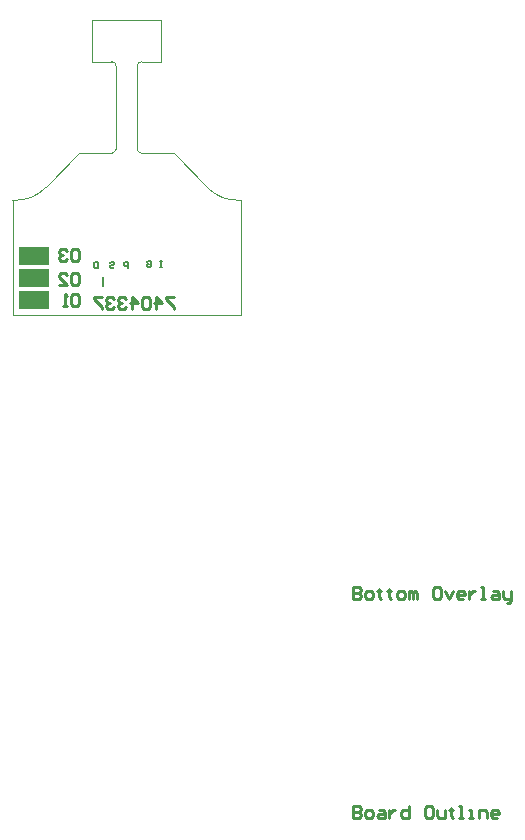
<source format=gbo>
G04*
G04 #@! TF.GenerationSoftware,Altium Limited,Altium Designer,23.1.1 (15)*
G04*
G04 Layer_Color=32896*
%FSLAX24Y24*%
%MOIN*%
G70*
G04*
G04 #@! TF.SameCoordinates,E02B9306-6A5D-4C65-B62C-121D950AC055*
G04*
G04*
G04 #@! TF.FilePolarity,Positive*
G04*
G01*
G75*
%ADD10C,0.0100*%
%ADD13C,0.0050*%
%ADD17C,0.0005*%
%ADD82R,0.1020X0.0620*%
D10*
X2200Y1349D02*
X2133Y1416D01*
X2000D01*
X1933Y1349D01*
Y1083D01*
X2000Y1016D01*
X2133D01*
X2200Y1083D01*
Y1349D01*
X1534Y1016D02*
X1800D01*
X1534Y1283D01*
Y1349D01*
X1600Y1416D01*
X1733D01*
X1800Y1349D01*
X11354Y-9075D02*
Y-9475D01*
X11554D01*
X11621Y-9408D01*
Y-9342D01*
X11554Y-9275D01*
X11354D01*
X11554D01*
X11621Y-9209D01*
Y-9142D01*
X11554Y-9075D01*
X11354D01*
X11821Y-9475D02*
X11954D01*
X12021Y-9408D01*
Y-9275D01*
X11954Y-9209D01*
X11821D01*
X11754Y-9275D01*
Y-9408D01*
X11821Y-9475D01*
X12220Y-9142D02*
Y-9209D01*
X12154D01*
X12287D01*
X12220D01*
Y-9408D01*
X12287Y-9475D01*
X12554Y-9142D02*
Y-9209D01*
X12487D01*
X12620D01*
X12554D01*
Y-9408D01*
X12620Y-9475D01*
X12887D02*
X13020D01*
X13087Y-9408D01*
Y-9275D01*
X13020Y-9209D01*
X12887D01*
X12820Y-9275D01*
Y-9408D01*
X12887Y-9475D01*
X13220D02*
Y-9209D01*
X13287D01*
X13353Y-9275D01*
Y-9475D01*
Y-9275D01*
X13420Y-9209D01*
X13487Y-9275D01*
Y-9475D01*
X14220Y-9075D02*
X14087D01*
X14020Y-9142D01*
Y-9408D01*
X14087Y-9475D01*
X14220D01*
X14286Y-9408D01*
Y-9142D01*
X14220Y-9075D01*
X14420Y-9209D02*
X14553Y-9475D01*
X14686Y-9209D01*
X15020Y-9475D02*
X14886D01*
X14820Y-9408D01*
Y-9275D01*
X14886Y-9209D01*
X15020D01*
X15086Y-9275D01*
Y-9342D01*
X14820D01*
X15220Y-9209D02*
Y-9475D01*
Y-9342D01*
X15286Y-9275D01*
X15353Y-9209D01*
X15419D01*
X15619Y-9475D02*
X15753D01*
X15686D01*
Y-9075D01*
X15619D01*
X16019Y-9209D02*
X16153D01*
X16219Y-9275D01*
Y-9475D01*
X16019D01*
X15953Y-9408D01*
X16019Y-9342D01*
X16219D01*
X16352Y-9209D02*
Y-9408D01*
X16419Y-9475D01*
X16619D01*
Y-9542D01*
X16552Y-9608D01*
X16486D01*
X16619Y-9475D02*
Y-9209D01*
X2200Y2124D02*
X2133Y2190D01*
X2000D01*
X1933Y2124D01*
Y1857D01*
X2000Y1791D01*
X2133D01*
X2200Y1857D01*
Y2124D01*
X1800D02*
X1733Y2190D01*
X1600D01*
X1534Y2124D01*
Y2057D01*
X1600Y1990D01*
X1667D01*
X1600D01*
X1534Y1924D01*
Y1857D01*
X1600Y1791D01*
X1733D01*
X1800Y1857D01*
X5393Y600D02*
X5126D01*
Y533D01*
X5393Y267D01*
Y200D01*
X4793D02*
Y600D01*
X4993Y400D01*
X4727D01*
X4593Y533D02*
X4527Y600D01*
X4393D01*
X4327Y533D01*
Y267D01*
X4393Y200D01*
X4527D01*
X4593Y267D01*
Y533D01*
X3994Y200D02*
Y600D01*
X4193Y400D01*
X3927D01*
X3794Y533D02*
X3727Y600D01*
X3594D01*
X3527Y533D01*
Y467D01*
X3594Y400D01*
X3660D01*
X3594D01*
X3527Y333D01*
Y267D01*
X3594Y200D01*
X3727D01*
X3794Y267D01*
X3394Y533D02*
X3327Y600D01*
X3194D01*
X3127Y533D01*
Y467D01*
X3194Y400D01*
X3260D01*
X3194D01*
X3127Y333D01*
Y267D01*
X3194Y200D01*
X3327D01*
X3394Y267D01*
X2994Y600D02*
X2727D01*
Y533D01*
X2994Y267D01*
Y200D01*
X2200Y628D02*
X2133Y694D01*
X2000D01*
X1933Y628D01*
Y361D01*
X2000Y294D01*
X2133D01*
X2200Y361D01*
Y628D01*
X1800Y294D02*
X1667D01*
X1733D01*
Y694D01*
X1800Y628D01*
X11354Y-16380D02*
Y-16780D01*
X11554D01*
X11621Y-16713D01*
Y-16646D01*
X11554Y-16580D01*
X11354D01*
X11554D01*
X11621Y-16513D01*
Y-16446D01*
X11554Y-16380D01*
X11354D01*
X11821Y-16780D02*
X11954D01*
X12021Y-16713D01*
Y-16580D01*
X11954Y-16513D01*
X11821D01*
X11754Y-16580D01*
Y-16713D01*
X11821Y-16780D01*
X12220Y-16513D02*
X12354D01*
X12420Y-16580D01*
Y-16780D01*
X12220D01*
X12154Y-16713D01*
X12220Y-16646D01*
X12420D01*
X12554Y-16513D02*
Y-16780D01*
Y-16646D01*
X12620Y-16580D01*
X12687Y-16513D01*
X12754D01*
X13220Y-16380D02*
Y-16780D01*
X13020D01*
X12954Y-16713D01*
Y-16580D01*
X13020Y-16513D01*
X13220D01*
X13953Y-16380D02*
X13820D01*
X13753Y-16446D01*
Y-16713D01*
X13820Y-16780D01*
X13953D01*
X14020Y-16713D01*
Y-16446D01*
X13953Y-16380D01*
X14153Y-16513D02*
Y-16713D01*
X14220Y-16780D01*
X14420D01*
Y-16513D01*
X14620Y-16446D02*
Y-16513D01*
X14553D01*
X14686D01*
X14620D01*
Y-16713D01*
X14686Y-16780D01*
X14886D02*
X15020D01*
X14953D01*
Y-16380D01*
X14886D01*
X15220Y-16780D02*
X15353D01*
X15286D01*
Y-16513D01*
X15220D01*
X15553Y-16780D02*
Y-16513D01*
X15753D01*
X15819Y-16580D01*
Y-16780D01*
X16153D02*
X16019D01*
X15953Y-16713D01*
Y-16580D01*
X16019Y-16513D01*
X16153D01*
X16219Y-16580D01*
Y-16646D01*
X15953D01*
D13*
X3000Y960D02*
Y1270D01*
X3231Y1736D02*
X3265Y1770D01*
X3331D01*
X3365Y1736D01*
Y1703D01*
X3331Y1670D01*
X3265D01*
X3231Y1637D01*
Y1603D01*
X3265Y1570D01*
X3331D01*
X3365Y1603D01*
X3857Y1570D02*
Y1770D01*
X3757D01*
X3724Y1736D01*
Y1670D01*
X3757Y1637D01*
X3857D01*
X4493Y1766D02*
X4526Y1800D01*
X4593D01*
X4626Y1766D01*
Y1633D01*
X4593Y1600D01*
X4526D01*
X4493Y1633D01*
Y1700D01*
X4560D01*
X4981Y1809D02*
X4914D01*
X4947D01*
Y1609D01*
X4981D01*
X4914D01*
X2846Y1770D02*
Y1570D01*
X2746D01*
X2713Y1603D01*
Y1736D01*
X2746Y1770D01*
X2846D01*
D17*
X0Y3830D02*
G03*
X1114Y4257I100J1406D01*
G01*
X6486D02*
G03*
X7600Y3830I1014J979D01*
G01*
X3450Y8300D02*
G03*
X3300Y8450I-150J0D01*
G01*
X4150Y5550D02*
G03*
X4300Y5400I150J0D01*
G01*
Y8450D02*
G03*
X4150Y8300I0J-150D01*
G01*
X3300Y5400D02*
G03*
X3450Y5550I0J150D01*
G01*
X0Y0D02*
Y3830D01*
X7600Y0D02*
Y1725D01*
Y2515D01*
Y3830D01*
X0Y0D02*
X7600D01*
X2650Y8450D02*
Y9830D01*
X4300Y5400D02*
X5382D01*
X2650Y8450D02*
X3300D01*
X2650Y9830D02*
X4950D01*
Y8450D02*
Y9830D01*
X3450Y5550D02*
Y8300D01*
X4300Y8450D02*
X4950D01*
X5382Y5400D02*
X6486Y4257D01*
X1114D02*
X2218Y5400D01*
X4150Y5550D02*
Y8300D01*
X2218Y5400D02*
X3300D01*
D82*
X715Y1968D02*
D03*
Y1228D02*
D03*
Y498D02*
D03*
M02*

</source>
